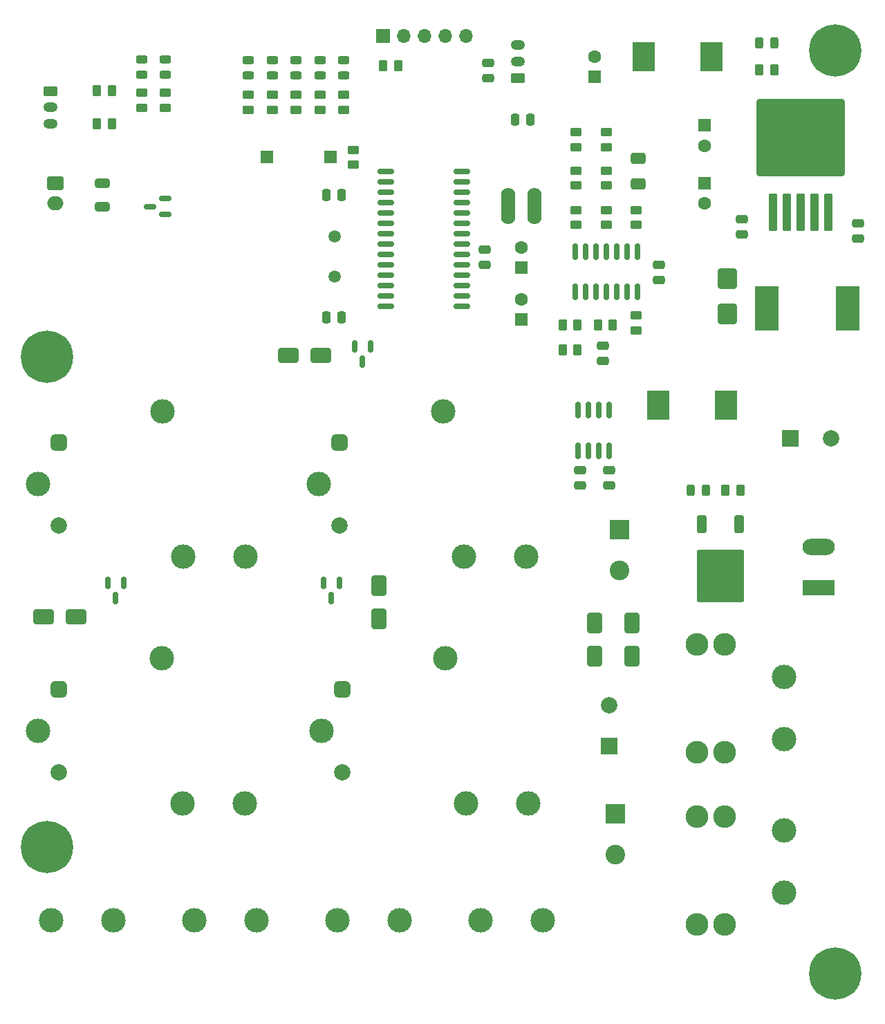
<source format=gts>
G04 #@! TF.GenerationSoftware,KiCad,Pcbnew,8.0.7*
G04 #@! TF.CreationDate,2025-02-08T09:32:49+01:00*
G04 #@! TF.ProjectId,12VSupport,31325653-7570-4706-9f72-742e6b696361,1.2*
G04 #@! TF.SameCoordinates,Original*
G04 #@! TF.FileFunction,Soldermask,Top*
G04 #@! TF.FilePolarity,Negative*
%FSLAX46Y46*%
G04 Gerber Fmt 4.6, Leading zero omitted, Abs format (unit mm)*
G04 Created by KiCad (PCBNEW 8.0.7) date 2025-02-08 09:32:49*
%MOMM*%
%LPD*%
G01*
G04 APERTURE LIST*
G04 Aperture macros list*
%AMRoundRect*
0 Rectangle with rounded corners*
0 $1 Rounding radius*
0 $2 $3 $4 $5 $6 $7 $8 $9 X,Y pos of 4 corners*
0 Add a 4 corners polygon primitive as box body*
4,1,4,$2,$3,$4,$5,$6,$7,$8,$9,$2,$3,0*
0 Add four circle primitives for the rounded corners*
1,1,$1+$1,$2,$3*
1,1,$1+$1,$4,$5*
1,1,$1+$1,$6,$7*
1,1,$1+$1,$8,$9*
0 Add four rect primitives between the rounded corners*
20,1,$1+$1,$2,$3,$4,$5,0*
20,1,$1+$1,$4,$5,$6,$7,0*
20,1,$1+$1,$6,$7,$8,$9,0*
20,1,$1+$1,$8,$9,$2,$3,0*%
G04 Aperture macros list end*
%ADD10C,3.000000*%
%ADD11RoundRect,0.250000X-0.475000X0.250000X-0.475000X-0.250000X0.475000X-0.250000X0.475000X0.250000X0*%
%ADD12R,2.700000X3.600000*%
%ADD13RoundRect,0.250000X0.450000X-0.262500X0.450000X0.262500X-0.450000X0.262500X-0.450000X-0.262500X0*%
%ADD14RoundRect,0.150000X-0.875000X-0.150000X0.875000X-0.150000X0.875000X0.150000X-0.875000X0.150000X0*%
%ADD15RoundRect,0.250000X-0.450000X0.262500X-0.450000X-0.262500X0.450000X-0.262500X0.450000X0.262500X0*%
%ADD16RoundRect,0.250000X-0.262500X-0.450000X0.262500X-0.450000X0.262500X0.450000X-0.262500X0.450000X0*%
%ADD17RoundRect,0.150000X0.587500X0.150000X-0.587500X0.150000X-0.587500X-0.150000X0.587500X-0.150000X0*%
%ADD18RoundRect,0.150000X-0.150000X0.587500X-0.150000X-0.587500X0.150000X-0.587500X0.150000X0.587500X0*%
%ADD19RoundRect,0.243750X-0.243750X-0.456250X0.243750X-0.456250X0.243750X0.456250X-0.243750X0.456250X0*%
%ADD20RoundRect,0.500000X0.500000X0.500000X-0.500000X0.500000X-0.500000X-0.500000X0.500000X-0.500000X0*%
%ADD21C,2.000000*%
%ADD22C,2.780000*%
%ADD23RoundRect,0.243750X-0.456250X0.243750X-0.456250X-0.243750X0.456250X-0.243750X0.456250X0.243750X0*%
%ADD24R,1.700000X1.700000*%
%ADD25O,1.700000X1.700000*%
%ADD26C,0.800000*%
%ADD27C,6.400000*%
%ADD28RoundRect,0.250000X0.475000X-0.250000X0.475000X0.250000X-0.475000X0.250000X-0.475000X-0.250000X0*%
%ADD29R,2.900000X5.400000*%
%ADD30RoundRect,0.250000X0.262500X0.450000X-0.262500X0.450000X-0.262500X-0.450000X0.262500X-0.450000X0*%
%ADD31R,1.500000X1.500000*%
%ADD32RoundRect,0.250000X-0.650000X0.325000X-0.650000X-0.325000X0.650000X-0.325000X0.650000X0.325000X0*%
%ADD33C,1.500000*%
%ADD34RoundRect,0.250000X1.000000X0.650000X-1.000000X0.650000X-1.000000X-0.650000X1.000000X-0.650000X0*%
%ADD35RoundRect,0.250000X0.250000X0.475000X-0.250000X0.475000X-0.250000X-0.475000X0.250000X-0.475000X0*%
%ADD36RoundRect,0.250000X-0.650000X1.000000X-0.650000X-1.000000X0.650000X-1.000000X0.650000X1.000000X0*%
%ADD37R,2.400000X2.400000*%
%ADD38C,2.400000*%
%ADD39R,1.600000X1.600000*%
%ADD40C,1.600000*%
%ADD41R,2.000000X2.000000*%
%ADD42RoundRect,0.250000X-0.900000X1.000000X-0.900000X-1.000000X0.900000X-1.000000X0.900000X1.000000X0*%
%ADD43RoundRect,0.250000X-0.350000X0.850000X-0.350000X-0.850000X0.350000X-0.850000X0.350000X0.850000X0*%
%ADD44RoundRect,0.249997X-2.650003X2.950003X-2.650003X-2.950003X2.650003X-2.950003X2.650003X2.950003X0*%
%ADD45RoundRect,0.150000X-0.150000X0.825000X-0.150000X-0.825000X0.150000X-0.825000X0.150000X0.825000X0*%
%ADD46RoundRect,0.250000X-0.625000X0.350000X-0.625000X-0.350000X0.625000X-0.350000X0.625000X0.350000X0*%
%ADD47O,1.750000X1.200000*%
%ADD48RoundRect,0.250000X0.300000X-2.050000X0.300000X2.050000X-0.300000X2.050000X-0.300000X-2.050000X0*%
%ADD49RoundRect,0.250002X5.149998X-4.449998X5.149998X4.449998X-5.149998X4.449998X-5.149998X-4.449998X0*%
%ADD50RoundRect,0.250000X-0.750000X0.600000X-0.750000X-0.600000X0.750000X-0.600000X0.750000X0.600000X0*%
%ADD51O,2.000000X1.700000*%
%ADD52RoundRect,0.250000X-0.250000X-0.475000X0.250000X-0.475000X0.250000X0.475000X-0.250000X0.475000X0*%
%ADD53O,1.750000X4.500000*%
%ADD54RoundRect,0.250000X0.625000X-0.350000X0.625000X0.350000X-0.625000X0.350000X-0.625000X-0.350000X0*%
%ADD55R,3.960000X1.980000*%
%ADD56O,3.960000X1.980000*%
%ADD57RoundRect,0.150000X0.150000X-0.825000X0.150000X0.825000X-0.150000X0.825000X-0.150000X-0.825000X0*%
%ADD58RoundRect,0.250000X-0.650000X0.412500X-0.650000X-0.412500X0.650000X-0.412500X0.650000X0.412500X0*%
G04 APERTURE END LIST*
D10*
X90170000Y-153480000D03*
X82550000Y-153480000D03*
D11*
X115824000Y-98364000D03*
X115824000Y-100264000D03*
X100584000Y-71374000D03*
X100584000Y-73274000D03*
D12*
X130134000Y-90424000D03*
X121834000Y-90424000D03*
D13*
X58553167Y-53998500D03*
X58553167Y-52173500D03*
D14*
X88441000Y-61849000D03*
X88441000Y-63119000D03*
X88441000Y-64389000D03*
X88441000Y-65659000D03*
X88441000Y-66929000D03*
X88441000Y-68199000D03*
X88441000Y-69469000D03*
X88441000Y-70739000D03*
X88441000Y-72009000D03*
X88441000Y-73279000D03*
X88441000Y-74549000D03*
X88441000Y-75819000D03*
X88441000Y-77089000D03*
X88441000Y-78359000D03*
X97741000Y-78359000D03*
X97741000Y-77089000D03*
X97741000Y-75819000D03*
X97741000Y-74549000D03*
X97741000Y-73279000D03*
X97741000Y-72009000D03*
X97741000Y-70739000D03*
X97741000Y-69469000D03*
X97741000Y-68199000D03*
X97741000Y-66929000D03*
X97741000Y-65659000D03*
X97741000Y-64389000D03*
X97741000Y-63119000D03*
X97741000Y-61849000D03*
D13*
X115443000Y-58824500D03*
X115443000Y-56999500D03*
X71628000Y-54276000D03*
X71628000Y-52451000D03*
D15*
X115443000Y-66524500D03*
X115443000Y-68349500D03*
D16*
X53062500Y-56007000D03*
X54887500Y-56007000D03*
D17*
X61422500Y-67051000D03*
X61422500Y-65151000D03*
X59547500Y-66101000D03*
D18*
X86548000Y-83215000D03*
X84648000Y-83215000D03*
X85598000Y-85090000D03*
D19*
X125808500Y-100838000D03*
X127683500Y-100838000D03*
D10*
X80558000Y-130310000D03*
X95758000Y-121410000D03*
X105898000Y-139210000D03*
X98298000Y-139210000D03*
D20*
X83098000Y-125210000D03*
D21*
X83098000Y-135410000D03*
D22*
X129977000Y-140837000D03*
X126577000Y-140837000D03*
X129977000Y-154045000D03*
X126577000Y-154045000D03*
D23*
X77470000Y-48186500D03*
X77470000Y-50061500D03*
D11*
X112268000Y-98364000D03*
X112268000Y-100264000D03*
D13*
X74549000Y-54276000D03*
X74549000Y-52451000D03*
D16*
X134192000Y-49390500D03*
X136017000Y-49390500D03*
D24*
X88138000Y-45212000D03*
D25*
X90678000Y-45212000D03*
X93218000Y-45212000D03*
X95758000Y-45212000D03*
X98298000Y-45212000D03*
D26*
X141110000Y-46990000D03*
X141812944Y-45292944D03*
X141812944Y-48687056D03*
X143510000Y-44590000D03*
D27*
X143510000Y-46990000D03*
D26*
X143510000Y-49390000D03*
X145207056Y-45292944D03*
X145207056Y-48687056D03*
X145910000Y-46990000D03*
D13*
X84455000Y-60983500D03*
X84455000Y-59158500D03*
D10*
X45845000Y-130310000D03*
X61045000Y-121410000D03*
X71185000Y-139210000D03*
X63585000Y-139210000D03*
D20*
X48385000Y-125210000D03*
D21*
X48385000Y-135410000D03*
D16*
X53062500Y-51943000D03*
X54887500Y-51943000D03*
D28*
X100965000Y-50414000D03*
X100965000Y-48514000D03*
D13*
X119126000Y-81280000D03*
X119126000Y-79455000D03*
D29*
X135082000Y-78610000D03*
X144982000Y-78610000D03*
D30*
X89939500Y-48895000D03*
X88114500Y-48895000D03*
D10*
X137224000Y-123698000D03*
X137224000Y-131318000D03*
D28*
X146304000Y-70038000D03*
X146304000Y-68138000D03*
D31*
X81661000Y-60071000D03*
X73861000Y-60071000D03*
D26*
X141110000Y-160020000D03*
X141812944Y-158322944D03*
X141812944Y-161717056D03*
X143510000Y-157620000D03*
D27*
X143510000Y-160020000D03*
D26*
X143510000Y-162420000D03*
X145207056Y-158322944D03*
X145207056Y-161717056D03*
X145910000Y-160020000D03*
D15*
X119126000Y-66548000D03*
X119126000Y-68373000D03*
D26*
X44590000Y-144526000D03*
X45292944Y-142828944D03*
X45292944Y-146223056D03*
X46990000Y-142126000D03*
D27*
X46990000Y-144526000D03*
D26*
X46990000Y-146926000D03*
X48687056Y-142828944D03*
X48687056Y-146223056D03*
X49390000Y-144526000D03*
D23*
X74549000Y-48186500D03*
X74549000Y-50061500D03*
D13*
X61474167Y-53998500D03*
X61474167Y-52173500D03*
D30*
X131849500Y-100838000D03*
X130024500Y-100838000D03*
D15*
X111760000Y-66524500D03*
X111760000Y-68349500D03*
D26*
X44590000Y-84501056D03*
X45292944Y-82804000D03*
X45292944Y-86198112D03*
X46990000Y-82101056D03*
D27*
X46990000Y-84501056D03*
D26*
X46990000Y-86901056D03*
X48687056Y-82804000D03*
X48687056Y-86198112D03*
X49390000Y-84501056D03*
D32*
X53721000Y-63217000D03*
X53721000Y-66167000D03*
D10*
X72644000Y-153480000D03*
X65024000Y-153480000D03*
D13*
X111760000Y-58848000D03*
X111760000Y-57023000D03*
D28*
X132080000Y-69530000D03*
X132080000Y-67630000D03*
D23*
X58553167Y-48084500D03*
X58553167Y-49959500D03*
D13*
X111760000Y-63523500D03*
X111760000Y-61698500D03*
D33*
X82169000Y-69776000D03*
X82169000Y-74676000D03*
D18*
X56322000Y-112171000D03*
X54422000Y-112171000D03*
X55372000Y-114046000D03*
D34*
X80518000Y-84328000D03*
X76518000Y-84328000D03*
D16*
X110085500Y-83669500D03*
X111910500Y-83669500D03*
D28*
X115062000Y-85024000D03*
X115062000Y-83124000D03*
D23*
X80391000Y-48186500D03*
X80391000Y-50061500D03*
D35*
X83070000Y-79719000D03*
X81170000Y-79719000D03*
D36*
X87630000Y-112554000D03*
X87630000Y-116554000D03*
X114046000Y-117126000D03*
X114046000Y-121126000D03*
D13*
X83312000Y-54276000D03*
X83312000Y-52451000D03*
D30*
X111910500Y-80621500D03*
X110085500Y-80621500D03*
D18*
X82738000Y-112171000D03*
X80838000Y-112171000D03*
X81788000Y-114046000D03*
D37*
X117094000Y-105634785D03*
D38*
X117094000Y-110634785D03*
D15*
X115443000Y-61722000D03*
X115443000Y-63547000D03*
D10*
X55118000Y-153480000D03*
X47498000Y-153480000D03*
D35*
X83070000Y-64733000D03*
X81170000Y-64733000D03*
D39*
X127508000Y-63246000D03*
D40*
X127508000Y-65746000D03*
D10*
X80262000Y-100084000D03*
X95462000Y-91184000D03*
X105602000Y-108984000D03*
X98002000Y-108984000D03*
D20*
X82802000Y-94984000D03*
D21*
X82802000Y-105184000D03*
D41*
X138002000Y-94488000D03*
D21*
X143002000Y-94488000D03*
D42*
X130253000Y-74943000D03*
X130253000Y-79243000D03*
D23*
X61474167Y-48084500D03*
X61474167Y-49959500D03*
D39*
X105029000Y-73620000D03*
D40*
X105029000Y-71120000D03*
D43*
X131699000Y-105029000D03*
D44*
X129419000Y-111329000D03*
D43*
X127139000Y-105029000D03*
D13*
X77470000Y-54276000D03*
X77470000Y-52451000D03*
D45*
X115824000Y-91062000D03*
X114554000Y-91062000D03*
X113284000Y-91062000D03*
X112014000Y-91062000D03*
X112014000Y-96012000D03*
X113284000Y-96012000D03*
X114554000Y-96012000D03*
X115824000Y-96012000D03*
D46*
X47413000Y-51975000D03*
D47*
X47413000Y-53975000D03*
X47413000Y-55975000D03*
D39*
X105029000Y-79945113D03*
D40*
X105029000Y-77445113D03*
D48*
X135870000Y-66805000D03*
X137570000Y-66805000D03*
X139270000Y-66805000D03*
D49*
X139270000Y-57655000D03*
D48*
X140970000Y-66805000D03*
X142670000Y-66805000D03*
D39*
X114046000Y-50252000D03*
D40*
X114046000Y-47752000D03*
D50*
X48006000Y-63246000D03*
D51*
X48006000Y-65746000D03*
D39*
X127508000Y-56174000D03*
D40*
X127508000Y-58674000D03*
D23*
X71628000Y-48186500D03*
X71628000Y-50061500D03*
D10*
X45887000Y-100086000D03*
X61087000Y-91186000D03*
X71227000Y-108986000D03*
X63627000Y-108986000D03*
D20*
X48427000Y-94986000D03*
D21*
X48427000Y-105186000D03*
D37*
X116586000Y-140432785D03*
D38*
X116586000Y-145432785D03*
D52*
X104272000Y-55499000D03*
X106172000Y-55499000D03*
D12*
X120056000Y-47752000D03*
X128356000Y-47752000D03*
D23*
X83312000Y-48186500D03*
X83312000Y-50061500D03*
D10*
X107696000Y-153480000D03*
X100076000Y-153480000D03*
D13*
X80391000Y-54276000D03*
X80391000Y-52451000D03*
D53*
X106654000Y-66040000D03*
X103404000Y-66040000D03*
D10*
X137224000Y-142494000D03*
X137224000Y-150114000D03*
D54*
X104648000Y-50355000D03*
D47*
X104648000Y-48355000D03*
X104648000Y-46355000D03*
D19*
X134167000Y-46088500D03*
X136042000Y-46088500D03*
D22*
X129977000Y-119755000D03*
X126577000Y-119755000D03*
X129977000Y-132963000D03*
X126577000Y-132963000D03*
D34*
X50514000Y-116332000D03*
X46514000Y-116332000D03*
D55*
X141478000Y-112747000D03*
D56*
X141478000Y-107747000D03*
D30*
X116228500Y-80621500D03*
X114403500Y-80621500D03*
D41*
X115824000Y-132161677D03*
D21*
X115824000Y-127161677D03*
D57*
X111633000Y-76578000D03*
X112903000Y-76578000D03*
X114173000Y-76578000D03*
X115443000Y-76578000D03*
X116713000Y-76578000D03*
X117983000Y-76578000D03*
X119253000Y-76578000D03*
X119253000Y-71628000D03*
X117983000Y-71628000D03*
X116713000Y-71628000D03*
X115443000Y-71628000D03*
X114173000Y-71628000D03*
X112903000Y-71628000D03*
X111633000Y-71628000D03*
D28*
X121920000Y-75118000D03*
X121920000Y-73218000D03*
D58*
X119380000Y-60198000D03*
X119380000Y-63323000D03*
D36*
X118618000Y-117126000D03*
X118618000Y-121126000D03*
M02*

</source>
